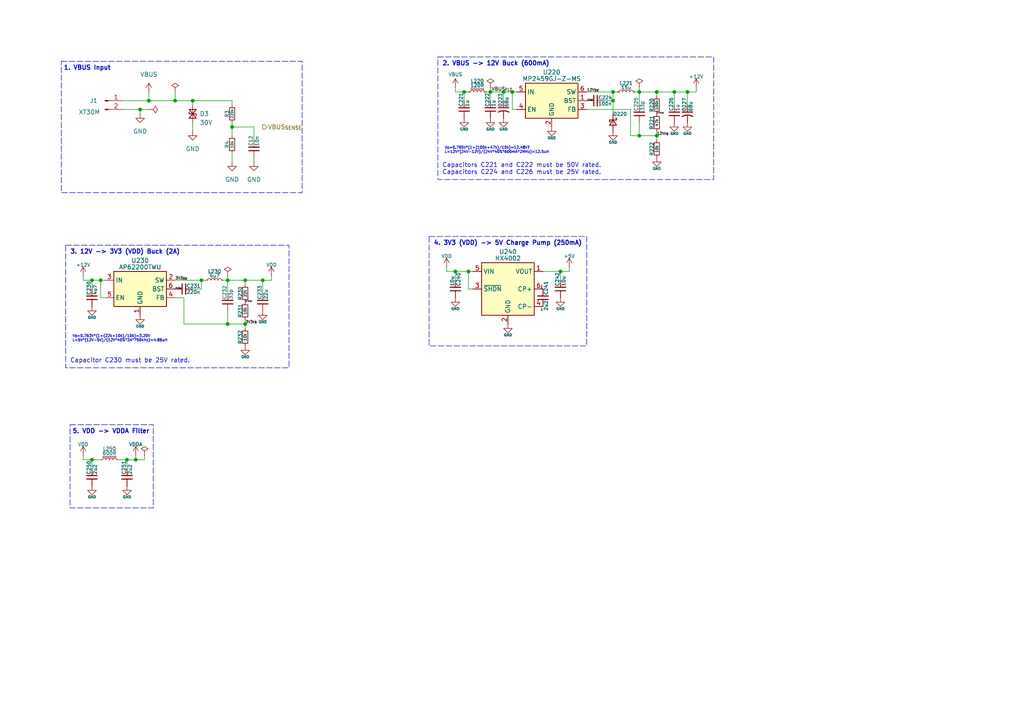
<source format=kicad_sch>
(kicad_sch (version 20250114) (generator "eeschema") (generator_version "9.0")
  (paper "A4")
  (lib_symbols
    (symbol "Bluesat:C_CompactH" (pin_numbers (hide yes)) (pin_names (offset 0.254) (hide yes))
      (property "Reference" "C" (at 0.762 0.889 0))
      (property "Value" "C_CompactH" (at -0.762 0.889 0))
      (symbol "C_CompactH_0_1"
        (polyline (pts (xy -0.508 -1.524) (xy -0.508 1.524)) (stroke (width 0.3048)))
        (polyline (pts (xy 0.508 -1.524) (xy 0.508 1.524)) (stroke (width 0.3302)))
      )
      (symbol "C_CompactH_1_1"
        (pin passive line (at -2.54 0 0) (length 2.032) (name "~") (number "1"))
        (pin passive line (at 2.54 0 180) (length 2.032) (name "~") (number "2"))
      )
    )
    (symbol "Bluesat:C_CompactV" (pin_numbers (hide yes)) (pin_names (offset 0.254) (hide yes))
      (property "Reference" "C" (at -0.889 0.762 90))
      (property "Value" "C_CompactV" (at 0.889 0.762 90))
      (symbol "C_CompactV_0_1"
        (polyline (pts (xy 1.524 0.508) (xy -1.524 0.508)) (stroke (width 0.3302)))
        (polyline (pts (xy 1.524 -0.508) (xy -1.524 -0.508)) (stroke (width 0.3048)))
      )
      (symbol "C_CompactV_1_1"
        (pin passive line (at 0 2.54 270) (length 2.032) (name "~") (number "2"))
        (pin passive line (at 0 -2.54 90) (length 2.032) (name "~") (number "1"))
      )
    )
    (symbol "Bluesat:MP2459GJ-Z-MS"
      (property "Reference" "U" (at -7.62 6.35 0))
      (property "Value" "MP2459GJ-Z-MS" (at 2.54 6.35 0))
      (symbol "MP2459GJ-Z-MS_0_1"
        (rectangle (start -7.62 5.08) (end 7.62 -5.08) (stroke (width 0.254)) (fill (type background)))
      )
      (symbol "MP2459GJ-Z-MS_1_1"
        (pin power_in line (at -10.16 2.54 0) (length 2.54) (name "IN") (number "5"))
        (pin passive line (at -10.16 -2.54 0) (length 2.54) (name "EN") (number "4"))
        (pin power_in line (at 0 -7.62 90) (length 2.54) (name "GND") (number "2"))
        (pin output line (at 10.16 2.54 180) (length 2.54) (name "SW") (number "6"))
        (pin passive line (at 10.16 0 180) (length 2.54) (name "BST") (number "1"))
        (pin input line (at 10.16 -2.54 180) (length 2.54) (name "FB") (number "3"))
      )
    )
    (symbol "Bluesat:R_CompactV" (pin_numbers (hide yes)) (pin_names (offset 0.254) (hide yes))
      (property "Reference" "R" (at -0.889 0 90))
      (property "Value" "R_CompactV" (at 0 0 90))
      (symbol "R_CompactV_0_1"
        (rectangle (start -0.762 1.778) (end 0.762 -1.778) (stroke (width 0.2032)))
      )
      (symbol "R_CompactV_1_1"
        (pin passive line (at 0 2.54 270) (length 0.762) (name "~") (number "1"))
        (pin passive line (at 0 -2.54 90) (length 0.762) (name "~") (number "2"))
      )
    )
    (symbol "C_CompactV_1" (pin_numbers (hide yes)) (pin_names (offset 0.254) (hide yes))
      (property "Reference" "C" (at -0.889 0.762 90))
      (property "Value" "C_CompactV" (at 0.889 0.762 90))
      (symbol "C_CompactV_1_0_1"
        (polyline (pts (xy 1.524 0.508) (xy -1.524 0.508)) (stroke (width 0.3302)))
        (polyline (pts (xy 1.524 -0.508) (xy -1.524 -0.508)) (stroke (width 0.3048)))
      )
      (symbol "C_CompactV_1_1_1"
        (pin passive line (at 0 2.54 270) (length 2.032) (name "~") (number "2"))
        (pin passive line (at 0 -2.54 90) (length 2.032) (name "~") (number "1"))
      )
    )
    (symbol "C_CompactV_2" (pin_numbers (hide yes)) (pin_names (offset 0.254) (hide yes))
      (property "Reference" "C" (at -0.889 0.762 90))
      (property "Value" "C_CompactV" (at 0.889 0.762 90))
      (symbol "C_CompactV_2_0_1"
        (polyline (pts (xy 1.524 0.508) (xy -1.524 0.508)) (stroke (width 0.3302)))
        (polyline (pts (xy 1.524 -0.508) (xy -1.524 -0.508)) (stroke (width 0.3048)))
      )
      (symbol "C_CompactV_2_1_1"
        (pin passive line (at 0 2.54 270) (length 2.032) (name "~") (number "2"))
        (pin passive line (at 0 -2.54 90) (length 2.032) (name "~") (number "1"))
      )
    )
    (symbol "Connector:Conn_01x02_Pin" (pin_names (offset 1.016) (hide yes))
      (property "Reference" "J" (at 0 2.54 0))
      (property "Value" "Conn_01x02_Pin" (at 0 -5.08 0))
      (symbol "Conn_01x02_Pin_1_1"
        (rectangle (start 0.8636 0.127) (end 0 -0.127) (stroke (width 0.1524)) (fill (type outline)))
        (rectangle (start 0.8636 -2.413) (end 0 -2.667) (stroke (width 0.1524)) (fill (type outline)))
        (polyline (pts (xy 1.27 0) (xy 0.8636 0)) (stroke (width 0.1524)))
        (polyline (pts (xy 1.27 -2.54) (xy 0.8636 -2.54)) (stroke (width 0.1524)))
        (pin passive line (at 5.08 0 180) (length 3.81) (name "Pin_1") (number "1"))
        (pin passive line (at 5.08 -2.54 180) (length 3.81) (name "Pin_2") (number "2"))
      )
    )
    (symbol "Device:C_Polarized_Small_US" (pin_numbers (hide yes)) (pin_names (offset 0.254) (hide yes))
      (property "Reference" "C" (at 0.254 1.778 0))
      (property "Value" "C_Polarized_Small_US" (at 0.254 -2.032 0))
      (symbol "C_Polarized_Small_US_0_1"
        (polyline (pts (xy -1.524 0.508) (xy 1.524 0.508)) (stroke (width 0.3048)))
        (polyline (pts (xy -1.27 1.524) (xy -0.762 1.524)))
        (polyline (pts (xy -1.016 1.27) (xy -1.016 1.778)))
        (arc (start -1.524 -0.762) (mid 0 -0.3734) (end 1.524 -0.762) (stroke (width 0.3048)))
      )
      (symbol "C_Polarized_Small_US_1_1"
        (pin passive line (at 0 2.54 270) (length 2.032) (name "~") (number "1"))
        (pin passive line (at 0 -2.54 90) (length 2.032) (name "~") (number "2"))
      )
    )
    (symbol "Device:D_Schottky_Small" (pin_numbers (hide yes)) (pin_names (offset 0.254) (hide yes))
      (property "Reference" "D" (at -1.27 2.032 0))
      (property "Value" "D_Schottky_Small" (at -7.112 -2.032 0))
      (symbol "D_Schottky_Small_0_1"
        (polyline (pts (xy -1.27 0.762) (xy -1.27 1.016) (xy -0.762 1.016) (xy -0.762 -1.016) (xy -0.254 -1.016) (xy -0.254 -0.762)) (stroke (width 0.254)))
        (polyline (pts (xy -0.762 0) (xy 0.762 0)))
        (polyline (pts (xy 0.762 -1.016) (xy -0.762 0) (xy 0.762 1.016) (xy 0.762 -1.016)) (stroke (width 0.254)))
      )
      (symbol "D_Schottky_Small_1_1"
        (pin passive line (at -2.54 0 0) (length 1.778) (name "K") (number "1"))
        (pin passive line (at 2.54 0 180) (length 1.778) (name "A") (number "2"))
      )
    )
    (symbol "Device:D_TVS_Small" (pin_numbers (hide yes)) (pin_names (offset 1.016) (hide yes))
      (property "Reference" "D" (at 0 2.54 0))
      (property "Value" "D_TVS_Small" (at 0 -2.54 0))
      (symbol "D_TVS_Small_0_1"
        (polyline (pts (xy -1.27 1.016) (xy -1.27 -1.016) (xy 1.27 1.016) (xy 1.27 -1.016) (xy -1.27 1.016)) (stroke (width 0.254)))
        (polyline (pts (xy -1.27 0) (xy 1.27 0)))
        (polyline (pts (xy 0.508 1.016) (xy 0 1.016) (xy 0 -1.016) (xy -0.508 -1.016)) (stroke (width 0.254)))
      )
      (symbol "D_TVS_Small_1_1"
        (pin passive line (at -2.54 0 0) (length 1.27) (name "A1") (number "1"))
        (pin passive line (at 2.54 0 180) (length 1.27) (name "A2") (number "2"))
      )
    )
    (symbol "Device:L_Ferrite_Small" (pin_numbers (hide yes)) (pin_names (offset 0.254) (hide yes))
      (property "Reference" "L" (at 1.27 1.016 0))
      (property "Value" "L_Ferrite_Small" (at 1.27 -1.27 0))
      (symbol "L_Ferrite_Small_0_1"
        (arc (start 0 2.032) (mid 0.5058 1.524) (end 0 1.016))
        (arc (start 0 1.016) (mid 0.5058 0.508) (end 0 0))
        (arc (start 0 0) (mid 0.5058 -0.508) (end 0 -1.016))
        (arc (start 0 -1.016) (mid 0.5058 -1.524) (end 0 -2.032))
        (polyline (pts (xy 0.762 1.651) (xy 0.762 1.905)))
        (polyline (pts (xy 0.762 1.143) (xy 0.762 1.397)))
        (polyline (pts (xy 0.762 0.635) (xy 0.762 0.889)))
        (polyline (pts (xy 0.762 0.127) (xy 0.762 0.381)))
        (polyline (pts (xy 0.762 -0.381) (xy 0.762 -0.127)))
        (polyline (pts (xy 0.762 -0.889) (xy 0.762 -0.635)))
        (polyline (pts (xy 0.762 -1.397) (xy 0.762 -1.143)))
        (polyline (pts (xy 0.762 -1.905) (xy 0.762 -1.651)))
        (polyline (pts (xy 1.016 1.905) (xy 1.016 1.651)))
        (polyline (pts (xy 1.016 1.397) (xy 1.016 1.143)))
        (polyline (pts (xy 1.016 0.889) (xy 1.016 0.635)))
        (polyline (pts (xy 1.016 0.381) (xy 1.016 0.127)))
        (polyline (pts (xy 1.016 -0.127) (xy 1.016 -0.381)))
        (polyline (pts (xy 1.016 -0.635) (xy 1.016 -0.889)))
        (polyline (pts (xy 1.016 -1.143) (xy 1.016 -1.397)))
        (polyline (pts (xy 1.016 -1.651) (xy 1.016 -1.905)))
      )
      (symbol "L_Ferrite_Small_1_1"
        (pin passive line (at 0 2.54 270) (length 0.508) (name "~") (number "1"))
        (pin passive line (at 0 -2.54 90) (length 0.508) (name "~") (number "2"))
      )
    )
    (symbol "Device:L_Small" (pin_numbers (hide yes)) (pin_names (offset 0.254) (hide yes))
      (property "Reference" "L" (at 0.762 1.016 0))
      (property "Value" "L_Small" (at 0.762 -1.016 0))
      (symbol "L_Small_0_1"
        (arc (start 0 2.032) (mid 0.5058 1.524) (end 0 1.016))
        (arc (start 0 1.016) (mid 0.5058 0.508) (end 0 0))
        (arc (start 0 0) (mid 0.5058 -0.508) (end 0 -1.016))
        (arc (start 0 -1.016) (mid 0.5058 -1.524) (end 0 -2.032))
      )
      (symbol "L_Small_1_1"
        (pin passive line (at 0 2.54 270) (length 0.508) (name "~") (number "1"))
        (pin passive line (at 0 -2.54 90) (length 0.508) (name "~") (number "2"))
      )
    )
    (symbol "Regulator_SwitchedCapacitor:LTC1754"
      (property "Reference" "U" (at -7.62 10.16 0))
      (property "Value" "LTC1754" (at 5.08 10.16 0))
      (symbol "LTC1754_0_1"
        (rectangle (start -7.62 7.62) (end 7.62 -7.62) (stroke (width 0.254)) (fill (type background)))
      )
      (symbol "LTC1754_1_1"
        (pin power_in line (at -10.16 5.08 0) (length 2.54) (name "VIN") (number "5"))
        (pin input line (at -10.16 0 0) (length 2.54) (name "~{SHDN}") (number "3"))
        (pin power_in line (at 0 -10.16 90) (length 2.54) (name "GND") (number "2"))
        (pin power_out line (at 10.16 5.08 180) (length 2.54) (name "VOUT") (number "1"))
        (pin passive line (at 10.16 0 180) (length 2.54) (name "CP+") (number "6"))
        (pin passive line (at 10.16 -5.08 180) (length 2.54) (name "CP-") (number "4"))
      )
    )
    (symbol "Regulator_Switching:AP62300WU"
      (property "Reference" "U" (at -7.62 6.35 0))
      (property "Value" "AP62300WU" (at 2.54 6.35 0))
      (symbol "AP62300WU_0_1"
        (rectangle (start -7.62 5.08) (end 7.62 -5.08) (stroke (width 0.254)) (fill (type background)))
      )
      (symbol "AP62300WU_1_1"
        (pin power_in line (at -10.16 2.54 0) (length 2.54) (name "IN") (number "3"))
        (pin passive line (at -10.16 -2.54 0) (length 2.54) (name "EN") (number "5"))
        (pin power_in line (at 0 -7.62 90) (length 2.54) (name "GND") (number "1"))
        (pin output line (at 10.16 2.54 180) (length 2.54) (name "SW") (number "2"))
        (pin passive line (at 10.16 0 180) (length 2.54) (name "BST") (number "6"))
        (pin input line (at 10.16 -2.54 180) (length 2.54) (name "FB") (number "4"))
      )
    )
    (symbol "power:+12V" (power) (pin_numbers (hide yes)) (pin_names (offset 0) (hide yes))
      (property "Value" "+12V" (at 0 3.556 0))
      (symbol "+12V_0_1"
        (polyline (pts (xy -0.762 1.27) (xy 0 2.54)))
        (polyline (pts (xy 0 2.54) (xy 0.762 1.27)))
        (polyline (pts (xy 0 0) (xy 0 2.54)))
      )
      (symbol "+12V_1_1"
        (pin power_in line (at 0 0 90) (length 0) (name "~") (number "1"))
      )
    )
    (symbol "power:+5V" (power) (pin_numbers (hide yes)) (pin_names (offset 0) (hide yes))
      (property "Value" "+5V" (at 0 3.556 0))
      (symbol "+5V_0_1"
        (polyline (pts (xy -0.762 1.27) (xy 0 2.54)))
        (polyline (pts (xy 0 2.54) (xy 0.762 1.27)))
        (polyline (pts (xy 0 0) (xy 0 2.54)))
      )
      (symbol "+5V_1_1"
        (pin power_in line (at 0 0 90) (length 0) (name "~") (number "1"))
      )
    )
    (symbol "power:GND" (power) (pin_numbers (hide yes)) (pin_names (offset 0) (hide yes))
      (property "Value" "GND" (at 0 -3.81 0))
      (symbol "GND_0_1"
        (polyline (pts (xy 0 0) (xy 0 -1.27) (xy 1.27 -1.27) (xy 0 -2.54) (xy -1.27 -1.27) (xy 0 -1.27)))
      )
      (symbol "GND_1_1"
        (pin power_in line (at 0 0 270) (length 0) (name "~") (number "1"))
      )
    )
    (symbol "power:PWR_FLAG" (power) (pin_numbers (hide yes)) (pin_names (offset 0) (hide yes))
      (property "Value" "PWR_FLAG" (at 0 3.81 0))
      (symbol "PWR_FLAG_0_0"
        (pin power_out line (at 0 0 90) (length 0) (name "~") (number "1"))
      )
      (symbol "PWR_FLAG_0_1"
        (polyline (pts (xy 0 0) (xy 0 1.27) (xy -1.016 1.905) (xy 0 2.54) (xy 1.016 1.905) (xy 0 1.27)))
      )
    )
    (symbol "power:VBUS" (power) (pin_numbers (hide yes)) (pin_names (offset 0) (hide yes))
      (property "Value" "VBUS" (at 0 3.556 0))
      (symbol "VBUS_0_1"
        (polyline (pts (xy -0.762 1.27) (xy 0 2.54)))
        (polyline (pts (xy 0 2.54) (xy 0.762 1.27)))
        (polyline (pts (xy 0 0) (xy 0 2.54)))
      )
      (symbol "VBUS_1_1"
        (pin power_in line (at 0 0 90) (length 0) (name "~") (number "1"))
      )
    )
    (symbol "power:VDD" (power) (pin_numbers (hide yes)) (pin_names (offset 0) (hide yes))
      (property "Value" "VDD" (at 0 3.556 0))
      (symbol "VDD_0_1"
        (polyline (pts (xy -0.762 1.27) (xy 0 2.54)))
        (polyline (pts (xy 0 2.54) (xy 0.762 1.27)))
        (polyline (pts (xy 0 0) (xy 0 2.54)))
      )
      (symbol "VDD_1_1"
        (pin power_in line (at 0 0 90) (length 0) (name "~") (number "1"))
      )
    )
    (symbol "power:VDDA" (power) (pin_numbers (hide yes)) (pin_names (offset 0) (hide yes))
      (property "Value" "VDDA" (at 0 3.556 0))
      (symbol "VDDA_0_1"
        (polyline (pts (xy -0.762 1.27) (xy 0 2.54)))
        (polyline (pts (xy 0 2.54) (xy 0.762 1.27)))
        (polyline (pts (xy 0 0) (xy 0 2.54)))
      )
      (symbol "VDDA_1_1"
        (pin power_in line (at 0 0 90) (length 0) (name "~") (number "1"))
      )
    )
  )
  (rectangle (start 17.78 17.78) (end 87.63 55.88) (stroke (width 0) (type dash)))
  (rectangle (start 19.05 71.12) (end 83.82 106.68) (stroke (width 0) (type dash)))
  (rectangle (start 20.32 123.19) (end 44.45 147.32) (stroke (width 0) (type dash)))
  (rectangle (start 127 16.51) (end 207.01 52.07) (stroke (width 0) (type dash)))
  (rectangle (start 124.46 68.58) (end 170.18 100.33) (stroke (width 0) (type dash)))
  (text "4. 3V3 (VDD) -> 5V Charge Pump (250mA)" (at 125.73 69.85 0) (effects (font (size 1.27 1.27) (thickness 0.254) (bold yes)) (justify left top)))
  (text "Capacitor C230 must be 25V rated." (at 20.32 105.41 0) (effects (font (size 1.27 1.27)) (justify left bottom)))
  (text "1. VBUS Input" (at 18.415 19.05 0) (effects (font (size 1.27 1.27) (thickness 0.254) (bold yes)) (justify left top)))
  (text "V_{O}=0.795V*(1+(100k+47k)/10k)=12.48V\r\nL=12V*(24V-12V)/(24V*40%*600mA*2MHz)=12.5uH" (at 128.905 42.545 0) (effects (font (size 0.762 0.762)) (justify left top)))
  (text "Capacitors C221 and C222 must be 50V rated.\nCapacitors C224 and C226 must be 25V rated." (at 128.27 50.8 0) (effects (font (size 1.27 1.27)) (justify left bottom)))
  (text "2. VBUS -> 12V Buck (600mA)" (at 128.27 17.78 0) (effects (font (size 1.27 1.27) (thickness 0.254) (bold yes)) (justify left top)))
  (text "5. VDD -> VDDA Filter" (at 20.955 124.46 0) (effects (font (size 1.27 1.27) (thickness 0.254) (bold yes)) (justify left top)))
  (text "3. 12V -> 3V3 (VDD) Buck (2A)" (at 20.32 72.39 0) (effects (font (size 1.27 1.27) (thickness 0.254) (bold yes)) (justify left top)))
  (text "V_{O}=0.763V*(1+(22k+10k)/10k)=3.20V\nL=5V*(12V-5V)/(12V*40%*2A*750kHz)=4.86uH" (at 20.955 97.155 0) (effects (font (size 0.762 0.762)) (justify left top)))
  (junction (at 40.64 31.75))
  (junction (at 36.83 133.35))
  (junction (at 195.58 26.67))
  (junction (at 43.18 29.21))
  (junction (at 66.04 93.98))
  (junction (at 71.12 93.98))
  (junction (at 67.31 36.83))
  (junction (at 135.89 78.74))
  (junction (at 58.42 81.28))
  (junction (at 132.08 78.74))
  (junction (at 177.8 29.21))
  (junction (at 55.88 29.21))
  (junction (at 71.12 81.28))
  (junction (at 199.39 26.67))
  (junction (at 26.67 81.28))
  (junction (at 177.8 26.67))
  (junction (at 190.5 26.67))
  (junction (at 39.37 133.35))
  (junction (at 66.04 81.28))
  (junction (at 146.05 26.67))
  (junction (at 50.8 29.21))
  (junction (at 185.42 26.67))
  (junction (at 162.56 78.74))
  (junction (at 76.2 81.28))
  (junction (at 26.67 133.35))
  (junction (at 148.59 26.67))
  (junction (at 190.5 39.37))
  (junction (at 29.21 81.28))
  (junction (at 185.42 39.37))
  (junction (at 134.62 26.67))
  (junction (at 142.24 26.67))
  (wire (pts (xy 142.24 25.4) (xy 142.24 26.67)))
  (wire (pts (xy 67.31 36.83) (xy 73.66 36.83)))
  (wire (pts (xy 140.97 26.67) (xy 142.24 26.67)))
  (wire (pts (xy 71.12 93.98) (xy 71.12 95.25)))
  (wire (pts (xy 148.59 26.67) (xy 146.05 26.67)))
  (wire (pts (xy 24.13 133.35) (xy 26.67 133.35)))
  (wire (pts (xy 35.56 31.75) (xy 40.64 31.75)))
  (wire (pts (xy 53.34 93.98) (xy 53.34 86.36)))
  (wire (pts (xy 26.67 133.35) (xy 29.21 133.35)))
  (wire (pts (xy 55.88 83.82) (xy 58.42 83.82)))
  (wire (pts (xy 148.59 26.67) (xy 149.86 26.67)))
  (wire (pts (xy 30.48 86.36) (xy 29.21 86.36)))
  (wire (pts (xy 34.29 133.35) (xy 36.83 133.35)))
  (wire (pts (xy 165.1 77.47) (xy 165.1 78.74)))
  (wire (pts (xy 71.12 82.55) (xy 71.12 81.28)))
  (wire (pts (xy 71.12 92.71) (xy 71.12 93.98)))
  (wire (pts (xy 67.31 44.45) (xy 67.31 46.99)))
  (wire (pts (xy 66.04 93.98) (xy 71.12 93.98)))
  (wire (pts (xy 50.8 26.67) (xy 50.8 29.21)))
  (wire (pts (xy 66.04 93.98) (xy 53.34 93.98)))
  (wire (pts (xy 182.88 39.37) (xy 185.42 39.37)))
  (wire (pts (xy 132.08 26.67) (xy 132.08 25.4)))
  (wire (pts (xy 55.88 30.48) (xy 55.88 29.21)))
  (wire (pts (xy 58.42 81.28) (xy 59.69 81.28)))
  (wire (pts (xy 132.08 78.74) (xy 132.08 81.28)))
  (wire (pts (xy 36.83 135.89) (xy 36.83 133.35)))
  (wire (pts (xy 43.18 29.21) (xy 50.8 29.21)))
  (wire (pts (xy 177.8 26.67) (xy 179.07 26.67)))
  (wire (pts (xy 39.37 133.35) (xy 39.37 132.08)))
  (wire (pts (xy 26.67 81.28) (xy 26.67 83.82)))
  (wire (pts (xy 66.04 81.28) (xy 66.04 85.09)))
  (wire (pts (xy 177.8 26.67) (xy 177.8 29.21)))
  (wire (pts (xy 50.8 29.21) (xy 55.88 29.21)))
  (wire (pts (xy 66.04 81.28) (xy 71.12 81.28)))
  (wire (pts (xy 185.42 25.4) (xy 185.42 26.67)))
  (wire (pts (xy 149.86 31.75) (xy 148.59 31.75)))
  (wire (pts (xy 58.42 81.28) (xy 58.42 83.82)))
  (wire (pts (xy 66.04 80.01) (xy 66.04 81.28)))
  (wire (pts (xy 29.21 81.28) (xy 30.48 81.28)))
  (wire (pts (xy 26.67 133.35) (xy 26.67 135.89)))
  (wire (pts (xy 71.12 81.28) (xy 76.2 81.28)))
  (wire (pts (xy 135.89 78.74) (xy 137.16 78.74)))
  (wire (pts (xy 162.56 78.74) (xy 162.56 81.28)))
  (wire (pts (xy 142.24 26.67) (xy 142.24 29.21)))
  (wire (pts (xy 157.48 78.74) (xy 162.56 78.74)))
  (wire (pts (xy 162.56 78.74) (xy 165.1 78.74)))
  (wire (pts (xy 170.18 26.67) (xy 177.8 26.67)))
  (wire (pts (xy 41.91 132.08) (xy 41.91 133.35)))
  (wire (pts (xy 185.42 39.37) (xy 190.5 39.37)))
  (wire (pts (xy 73.66 36.83) (xy 73.66 40.64)))
  (wire (pts (xy 182.88 31.75) (xy 182.88 39.37)))
  (wire (pts (xy 134.62 26.67) (xy 134.62 29.21)))
  (wire (pts (xy 78.74 81.28) (xy 78.74 80.01)))
  (wire (pts (xy 185.42 26.67) (xy 190.5 26.67)))
  (wire (pts (xy 41.91 133.35) (xy 39.37 133.35)))
  (wire (pts (xy 67.31 29.21) (xy 67.31 30.48)))
  (wire (pts (xy 175.26 29.21) (xy 177.8 29.21)))
  (wire (pts (xy 66.04 81.28) (xy 64.77 81.28)))
  (wire (pts (xy 24.13 133.35) (xy 24.13 132.08)))
  (wire (pts (xy 190.5 26.67) (xy 195.58 26.67)))
  (wire (pts (xy 195.58 26.67) (xy 195.58 30.48)))
  (wire (pts (xy 177.8 29.21) (xy 177.8 33.02)))
  (wire (pts (xy 43.18 26.67) (xy 43.18 29.21)))
  (wire (pts (xy 50.8 81.28) (xy 58.42 81.28)))
  (wire (pts (xy 201.93 26.67) (xy 201.93 25.4)))
  (wire (pts (xy 24.13 81.28) (xy 26.67 81.28)))
  (wire (pts (xy 24.13 81.28) (xy 24.13 80.01)))
  (wire (pts (xy 36.83 133.35) (xy 39.37 133.35)))
  (wire (pts (xy 135.89 83.82) (xy 135.89 78.74)))
  (wire (pts (xy 55.88 29.21) (xy 67.31 29.21)))
  (wire (pts (xy 190.5 27.94) (xy 190.5 26.67)))
  (wire (pts (xy 55.88 35.56) (xy 55.88 38.1)))
  (wire (pts (xy 170.18 31.75) (xy 182.88 31.75)))
  (wire (pts (xy 29.21 81.28) (xy 29.21 86.36)))
  (wire (pts (xy 185.42 35.56) (xy 185.42 39.37)))
  (wire (pts (xy 134.62 26.67) (xy 135.89 26.67)))
  (wire (pts (xy 67.31 35.56) (xy 67.31 36.83)))
  (wire (pts (xy 190.5 38.1) (xy 190.5 39.37)))
  (wire (pts (xy 35.56 29.21) (xy 43.18 29.21)))
  (wire (pts (xy 146.05 26.67) (xy 146.05 29.21)))
  (wire (pts (xy 76.2 85.09) (xy 76.2 81.28)))
  (wire (pts (xy 132.08 78.74) (xy 135.89 78.74)))
  (wire (pts (xy 40.64 31.75) (xy 40.64 33.02)))
  (wire (pts (xy 184.15 26.67) (xy 185.42 26.67)))
  (wire (pts (xy 26.67 81.28) (xy 29.21 81.28)))
  (wire (pts (xy 195.58 26.67) (xy 199.39 26.67)))
  (wire (pts (xy 73.66 45.72) (xy 73.66 46.99)))
  (wire (pts (xy 199.39 26.67) (xy 201.93 26.67)))
  (wire (pts (xy 142.24 26.67) (xy 146.05 26.67)))
  (wire (pts (xy 185.42 26.67) (xy 185.42 30.48)))
  (wire (pts (xy 132.08 26.67) (xy 134.62 26.67)))
  (wire (pts (xy 199.39 30.48) (xy 199.39 26.67)))
  (wire (pts (xy 190.5 39.37) (xy 190.5 40.64)))
  (wire (pts (xy 67.31 36.83) (xy 67.31 39.37)))
  (wire (pts (xy 129.54 78.74) (xy 129.54 77.47)))
  (wire (pts (xy 66.04 90.17) (xy 66.04 93.98)))
  (wire (pts (xy 40.64 31.75) (xy 43.18 31.75)))
  (wire (pts (xy 148.59 26.67) (xy 148.59 31.75)))
  (wire (pts (xy 53.34 86.36) (xy 50.8 86.36)))
  (wire (pts (xy 129.54 78.74) (xy 132.08 78.74)))
  (wire (pts (xy 137.16 83.82) (xy 135.89 83.82)))
  (wire (pts (xy 76.2 81.28) (xy 78.74 81.28)))
  (label "3V3_{FBM}" (at 71.12 87.63 0) (effects (font (size 0.381 0.381))))
  (label "CP+" (at 157.48 83.82 90) (effects (font (size 0.381 0.381))))
  (label "12V_{FBM}" (at 190.5 33.02 0) (effects (font (size 0.381 0.381))))
  (label "VBUS_{FLT}" (at 148.59 26.67 180) (effects (font (size 1.016 1.016))))
  (label "12V_{BST}" (at 170.18 29.21 0) (effects (font (size 0.381 0.381))))
  (label "3V3_{BST}" (at 50.8 83.82 0) (effects (font (size 0.381 0.381))))
  (label "12V_{SW}" (at 170.18 26.67 0) (effects (font (size 0.762 0.762))))
  (label "CP-" (at 157.48 88.9 270) (effects (font (size 0.381 0.381))))
  (label "3V3_{SW}" (at 50.8 81.28 0) (effects (font (size 0.762 0.762))))
  (label "3V3_{FB}" (at 71.12 93.98 0) (effects (font (size 0.762 0.762))))
  (label "12V_{FB}" (at 190.5 39.37 0) (effects (font (size 0.762 0.762))))
  (hierarchical_label "VBUS_{SENSE}" (shape output) (at 76.2 36.83 0))
  (symbol (lib_id "power:GND") (at 190.5 45.72 0) (unit 1)
    (property "Reference" "#PWR0210" (effects (hide yes)))
    (property "Value" "GND" (at 190.5 48.895 0) (effects (font (size 0.762 0.762))))
    (property "Description" "Power symbol creates a global label with name \"GND\" , ground" (effects (hide yes)))
  )
  (symbol (lib_id "Bluesat:R_CompactV") (at 190.5 30.48 0) (unit 1)
    (property "Reference" "R220" (at 189.611 30.48 90) (effects (font (size 1.016 1.016)) (justify bottom)))
    (property "Value" "100k" (at 190.5 30.48 90) (effects (font (size 0.762 0.762))))
    (property "Footprint" "Resistor_SMD:R_0402_1005Metric" (effects (hide yes)))
    (property "Description" "Resistor, compact symbol" (effects (hide yes)))
  )
  (symbol (lib_id "Bluesat:C_CompactV") (at 172.72 29.21 270) (mirror x) (unit 1)
    (property "Reference" "C224" (at 173.482 28.321 90) (effects (font (size 1.016 1.016)) (justify left)))
    (property "Value" "100n" (at 173.482 30.099 90) (effects (font (size 1.016 1.016)) (justify left)))
    (property "Footprint" "Capacitor_SMD:C_0402_1005Metric" (effects (hide yes)))
    (property "Description" "Unpolarized capacitor, compact symbol" (effects (hide yes)))
  )
  (symbol (lib_name "C_CompactV_2") (lib_id "Bluesat:C_CompactV") (at 195.58 33.02 0) (unit 1)
    (property "Reference" "C226" (at 194.691 32.258 90) (effects (font (size 1.016 1.016)) (justify left)))
    (property "Value" "1u" (at 196.469 32.258 90) (effects (font (size 1.016 1.016)) (justify left)))
    (property "Footprint" "Capacitor_SMD:C_0805_2012Metric" (effects (hide yes)))
    (property "Description" "Unpolarized capacitor, compact symbol" (effects (hide yes)))
  )
  (symbol (lib_id "power:GND") (at 73.66 46.99 0) (unit 1)
    (property "Reference" "#PWR015" (effects (hide yes)))
    (property "Value" "GND" (at 73.66 52.07 0))
    (property "Description" "Power symbol creates a global label with name \"GND\" , ground" (effects (hide yes)))
  )
  (symbol (lib_id "power:GND") (at 146.05 34.29 0) (unit 1)
    (property "Reference" "#PWR0233" (effects (hide yes)))
    (property "Value" "GND" (at 146.05 37.465 0) (effects (font (size 0.762 0.762))))
    (property "Description" "Power symbol creates a global label with name \"GND\" , ground" (effects (hide yes)))
  )
  (symbol (lib_id "Device:L_Small") (at 62.23 81.28 90) (unit 1)
    (property "Reference" "L230" (at 62.23 78.74 90) (effects (font (size 1.016 1.016))))
    (property "Value" "4u7" (at 62.23 80.01 90) (effects (font (size 1.016 1.016))))
    (property "Footprint" "Inductor_SMD:L_Changjiang_FNR4020S" (effects (hide yes)))
    (property "Description" "Inductor, small symbol" (effects (hide yes)))
  )
  (symbol (lib_id "power:GND") (at 55.88 38.1 0) (unit 1)
    (property "Reference" "#PWR013" (effects (hide yes)))
    (property "Value" "GND" (at 55.88 43.18 0))
    (property "Description" "Power symbol creates a global label with name \"GND\" , ground" (effects (hide yes)))
  )
  (symbol (lib_id "power:GND") (at 71.12 100.33 0) (unit 1)
    (property "Reference" "#PWR0216" (effects (hide yes)))
    (property "Value" "GND" (at 71.12 103.505 0) (effects (font (size 0.762 0.762))))
    (property "Description" "Power symbol creates a global label with name \"GND\" , ground" (effects (hide yes)))
  )
  (symbol (lib_id "power:GND") (at 199.39 35.56 0) (unit 1)
    (property "Reference" "#PWR0211" (effects (hide yes)))
    (property "Value" "GND" (at 199.39 38.735 0) (effects (font (size 0.762 0.762))))
    (property "Description" "Power symbol creates a global label with name \"GND\" , ground" (effects (hide yes)))
  )
  (symbol (lib_id "Bluesat:R_CompactV") (at 71.12 97.79 0) (unit 1)
    (property "Reference" "R232" (at 70.231 97.79 90) (effects (font (size 1.016 1.016)) (justify bottom)))
    (property "Value" "10k" (at 71.12 97.79 90) (effects (font (size 0.762 0.762))))
    (property "Footprint" "Resistor_SMD:R_0402_1005Metric" (effects (hide yes)))
    (property "Description" "Resistor, compact symbol" (effects (hide yes)))
  )
  (symbol (lib_id "power:GND") (at 26.67 140.97 0) (unit 1)
    (property "Reference" "#PWR0225" (effects (hide yes)))
    (property "Value" "GND" (at 26.67 144.145 0) (effects (font (size 0.762 0.762))))
    (property "Description" "Power symbol creates a global label with name \"GND\" , ground" (effects (hide yes)))
  )
  (symbol (lib_id "Regulator_SwitchedCapacitor:LTC1754") (at 147.32 83.82 0) (unit 1)
    (property "Reference" "U240" (at 147.32 73.025 0))
    (property "Value" "HX4002" (at 147.32 74.93 0))
    (property "Footprint" "Package_TO_SOT_SMD:SOT-23-6" (effects (hide yes)))
    (property "Datasheet" "https://www.analog.com/media/en/technical-documentation/data-sheets/175435f.pdf" (effects (hide yes)))
    (property "Description" "40mA charge-pump, SOT-23-6" (effects (hide yes)))
  )
  (symbol (lib_id "power:VDD") (at 78.74 80.01 0) (unit 1)
    (property "Reference" "#PWR0223" (effects (hide yes)))
    (property "Value" "VDD" (at 78.74 76.835 0) (effects (font (size 1.016 1.016))))
    (property "Description" "Power symbol creates a global label with name \"VDD\"" (effects (hide yes)))
  )
  (symbol (lib_id "power:PWR_FLAG") (at 142.24 25.4 0) (unit 1)
    (property "Reference" "#FLG0207" (effects (hide yes)))
    (property "Value" "PWR_FLAG" (effects (hide yes)))
    (property "Description" "Special symbol for telling ERC where power comes from" (effects (hide yes)))
  )
  (symbol (lib_id "power:GND") (at 142.24 34.29 0) (unit 1)
    (property "Reference" "#PWR0229" (effects (hide yes)))
    (property "Value" "GND" (at 142.24 37.465 0) (effects (font (size 0.762 0.762))))
    (property "Description" "Power symbol creates a global label with name \"GND\" , ground" (effects (hide yes)))
  )
  (symbol (lib_id "Bluesat:C_CompactV") (at 73.66 43.18 0) (unit 1)
    (property "Reference" "C12" (at 72.771 42.418 90) (effects (font (size 1.016 1.016)) (justify left)))
    (property "Value" "10n" (at 74.549 42.418 90) (effects (font (size 1.016 1.016)) (justify left)))
    (property "Description" "Unpolarized capacitor, compact symbol" (effects (hide yes)))
  )
  (symbol (lib_id "Device:D_Schottky_Small") (at 177.8 35.56 270) (unit 1)
    (property "Reference" "D220" (at 177.8 33.655 90) (effects (font (size 1.016 1.016)) (justify left bottom)))
    (property "Value" "D_Schottky_Small" (effects (hide yes)))
    (property "Footprint" "Diode_SMD:D_SOD-123" (effects (hide yes)))
    (property "Description" "Schottky diode, small symbol" (effects (hide yes)))
  )
  (symbol (lib_id "power:GND") (at 195.58 35.56 0) (unit 1)
    (property "Reference" "#PWR0231" (effects (hide yes)))
    (property "Value" "GND" (at 195.58 38.735 0) (effects (font (size 0.762 0.762))))
    (property "Description" "Power symbol creates a global label with name \"GND\" , ground" (effects (hide yes)))
  )
  (symbol (lib_id "power:GND") (at 160.02 36.83 0) (unit 1)
    (property "Reference" "#PWR0208" (effects (hide yes)))
    (property "Value" "GND" (at 160.02 40.005 0) (effects (font (size 0.762 0.762))))
    (property "Description" "Power symbol creates a global label with name \"GND\" , ground" (effects (hide yes)))
  )
  (symbol (lib_id "Bluesat:R_CompactV") (at 71.12 85.09 0) (unit 1)
    (property "Reference" "R230" (at 70.231 85.09 90) (effects (font (size 1.016 1.016)) (justify bottom)))
    (property "Value" "22k" (at 71.12 85.09 90) (effects (font (size 0.762 0.762))))
    (property "Footprint" "Resistor_SMD:R_0402_1005Metric" (effects (hide yes)))
    (property "Description" "Resistor, compact symbol" (effects (hide yes)))
  )
  (symbol (lib_id "Connector:Conn_01x02_Pin") (at 30.48 29.21 0) (unit 1)
    (property "Reference" "J1" (at 27.178 29.21 0))
    (property "Value" "XT30M" (at 25.908 32.512 0))
    (property "Description" "Generic connector, single row, 01x02, script generated" (effects (hide yes)))
  )
  (symbol (lib_id "power:GND") (at 162.56 86.36 0) (unit 1)
    (property "Reference" "#PWR0222" (effects (hide yes)))
    (property "Value" "GND" (at 162.56 89.535 0) (effects (font (size 0.762 0.762))))
    (property "Description" "Power symbol creates a global label with name \"GND\" , ground" (effects (hide yes)))
  )
  (symbol (lib_id "Bluesat:C_CompactV") (at 76.2 87.63 0) (mirror y) (unit 1)
    (property "Reference" "C233" (at 75.311 86.868 90) (effects (font (size 1.016 1.016)) (justify left)))
    (property "Value" "22u" (at 77.089 86.868 90) (effects (font (size 1.016 1.016)) (justify left)))
    (property "Footprint" "Capacitor_SMD:C_1210_3225Metric" (effects (hide yes)))
    (property "Description" "Unpolarized capacitor, compact symbol" (effects (hide yes)))
  )
  (symbol (lib_id "power:+12V") (at 24.13 80.01 0) (unit 1)
    (property "Reference" "#PWR0213" (effects (hide yes)))
    (property "Value" "+12V" (at 24.13 76.835 0) (effects (font (size 1.016 1.016))))
    (property "Description" "Power symbol creates a global label with name \"+12V\"" (effects (hide yes)))
  )
  (symbol (lib_id "power:+5V") (at 165.1 77.47 0) (unit 1)
    (property "Reference" "#PWR0220" (effects (hide yes)))
    (property "Value" "+5V" (at 165.1 74.295 0) (effects (font (size 1.016 1.016))))
    (property "Description" "Power symbol creates a global label with name \"+5V\"" (effects (hide yes)))
  )
  (symbol (lib_id "Bluesat:C_CompactV") (at 53.34 83.82 270) (mirror x) (unit 1)
    (property "Reference" "C231" (at 54.102 82.931 90) (effects (font (size 1.016 1.016)) (justify left)))
    (property "Value" "220n" (at 54.102 84.709 90) (effects (font (size 1.016 1.016)) (justify left)))
    (property "Footprint" "Capacitor_SMD:C_0402_1005Metric" (effects (hide yes)))
    (property "Description" "Unpolarized capacitor, compact symbol" (effects (hide yes)))
  )
  (symbol (lib_id "Device:L_Ferrite_Small") (at 138.43 26.67 90) (unit 1)
    (property "Reference" "L220" (at 138.43 23.495 90) (effects (font (size 1.016 1.016))))
    (property "Value" "120R" (at 138.43 24.765 90) (effects (font (size 1.016 1.016))))
    (property "Footprint" "Resistor_SMD:R_0603_1608Metric" (effects (hide yes)))
    (property "Description" "Inductor with ferrite core, small symbol" (effects (hide yes)))
  )
  (symbol (lib_id "Bluesat:R_CompactV") (at 190.5 35.56 0) (unit 1)
    (property "Reference" "R221" (at 189.611 35.56 90) (effects (font (size 1.016 1.016)) (justify bottom)))
    (property "Value" "47k" (at 190.5 35.56 90) (effects (font (size 0.762 0.762))))
    (property "Footprint" "Resistor_SMD:R_0402_1005Metric" (effects (hide yes)))
    (property "Description" "Resistor, compact symbol" (effects (hide yes)))
  )
  (symbol (lib_id "power:VDDA") (at 39.37 132.08 0) (unit 1)
    (property "Reference" "#PWR0207" (effects (hide yes)))
    (property "Value" "VDDA" (at 39.37 128.905 0) (effects (font (size 1.016 1.016))))
    (property "Description" "Power symbol creates a global label with name \"VDDA\"" (effects (hide yes)))
  )
  (symbol (lib_id "Bluesat:R_CompactV") (at 71.12 90.17 0) (unit 1)
    (property "Reference" "R231" (at 70.231 90.17 90) (effects (font (size 1.016 1.016)) (justify bottom)))
    (property "Value" "10k" (at 71.12 90.17 90) (effects (font (size 0.762 0.762))))
    (property "Footprint" "Resistor_SMD:R_0402_1005Metric" (effects (hide yes)))
    (property "Description" "Resistor, compact symbol" (effects (hide yes)))
  )
  (symbol (lib_id "power:PWR_FLAG") (at 41.91 132.08 0) (unit 1)
    (property "Reference" "#FLG0205" (effects (hide yes)))
    (property "Value" "PWR_FLAG" (effects (hide yes)))
    (property "Description" "Special symbol for telling ERC where power comes from" (effects (hide yes)))
  )
  (symbol (lib_id "power:GND") (at 134.62 34.29 0) (unit 1)
    (property "Reference" "#PWR0230" (effects (hide yes)))
    (property "Value" "GND" (at 134.62 37.465 0) (effects (font (size 0.762 0.762))))
    (property "Description" "Power symbol creates a global label with name \"GND\" , ground" (effects (hide yes)))
  )
  (symbol (lib_name "C_CompactV_2") (lib_id "Bluesat:C_CompactV") (at 36.83 138.43 0) (unit 1)
    (property "Reference" "C251" (at 35.941 137.668 90) (effects (font (size 1.016 1.016)) (justify left)))
    (property "Value" "2u2" (at 37.719 137.668 90) (effects (font (size 1.016 1.016)) (justify left)))
    (property "Footprint" "Capacitor_SMD:C_0603_1608Metric" (effects (hide yes)))
    (property "Description" "Unpolarized capacitor, compact symbol" (effects (hide yes)))
  )
  (symbol (lib_id "power:VBUS") (at 132.08 25.4 0) (unit 1)
    (property "Reference" "#PWR0206" (effects (hide yes)))
    (property "Value" "VBUS" (at 132.08 21.59 0) (effects (font (size 1.016 1.016))))
    (property "Description" "Power symbol creates a global label with name \"VBUS\"" (effects (hide yes)))
  )
  (symbol (lib_id "power:VDD") (at 24.13 132.08 0) (unit 1)
    (property "Reference" "#PWR0214" (effects (hide yes)))
    (property "Value" "VDD" (at 24.13 128.905 0) (effects (font (size 1.016 1.016))))
    (property "Description" "Power symbol creates a global label with name \"VDD\"" (effects (hide yes)))
  )
  (symbol (lib_id "Bluesat:MP2459GJ-Z-MS") (at 160.02 29.21 0) (unit 1)
    (property "Reference" "U220" (at 160.02 20.955 0))
    (property "Value" "MP2459GJ-Z-MS" (at 160.02 22.86 0))
    (property "Footprint" "Package_TO_SOT_SMD:TSOT-23-6" (effects (hide yes)))
    (property "Datasheet" "https://www.lcsc.com/datasheet/lcsc_datasheet_2504101957_MSKSEMI-MP2459GJ-Z-MS_C45367195.pdf" (effects (hide yes)))
    (property "Description" "monolithic, step-down, switch mode converter with a built-in power MOSFET" (effects (hide yes)))
  )
  (symbol (lib_id "power:GND") (at 36.83 140.97 0) (unit 1)
    (property "Reference" "#PWR0226" (effects (hide yes)))
    (property "Value" "GND" (at 36.83 144.145 0) (effects (font (size 0.762 0.762))))
    (property "Description" "Power symbol creates a global label with name \"GND\" , ground" (effects (hide yes)))
  )
  (symbol (lib_id "power:GND") (at 67.31 46.99 0) (unit 1)
    (property "Reference" "#PWR014" (effects (hide yes)))
    (property "Value" "GND" (at 67.31 52.07 0))
    (property "Description" "Power symbol creates a global label with name \"GND\" , ground" (effects (hide yes)))
  )
  (symbol (lib_id "Regulator_Switching:AP62300WU") (at 40.64 83.82 0) (unit 1)
    (property "Reference" "U230" (at 40.64 75.565 0))
    (property "Value" "AP62200TWU" (at 40.64 77.47 0))
    (property "Footprint" "Package_TO_SOT_SMD:TSOT-23-6" (effects (hide yes)))
    (property "Datasheet" "https://www.diodes.com/assets/Datasheets/AP62300_AP62301_AP62300T.pdf" (effects (hide yes)))
    (property "Description" "3A, 750kHz Buck DC/DC Converter, PFM for light load efficiency, 4.2V-18V input voltage, 0.8V-7V adjustable output voltage, TSOT-23-6" (effects (hide yes)))
  )
  (symbol (lib_id "power:GND") (at 26.67 88.9 0) (unit 1)
    (property "Reference" "#PWR0234" (effects (hide yes)))
    (property "Value" "GND" (at 26.67 92.075 0) (effects (font (size 0.762 0.762))))
    (property "Description" "Power symbol creates a global label with name \"GND\" , ground" (effects (hide yes)))
  )
  (symbol (lib_id "Bluesat:R_CompactV") (at 67.31 41.91 0) (unit 1)
    (property "Reference" "R4" (at 66.421 41.91 90) (effects (font (size 1.016 1.016)) (justify bottom)))
    (property "Value" "10k" (at 67.31 41.91 90) (effects (font (size 0.762 0.762))))
    (property "Description" "Resistor, compact symbol" (effects (hide yes)))
  )
  (symbol (lib_id "power:PWR_FLAG") (at 66.04 80.01 0) (unit 1)
    (property "Reference" "#FLG0202" (effects (hide yes)))
    (property "Value" "PWR_FLAG" (effects (hide yes)))
    (property "Description" "Special symbol for telling ERC where power comes from" (effects (hide yes)))
  )
  (symbol (lib_id "power:GND") (at 40.64 91.44 0) (unit 1)
    (property "Reference" "#PWR0215" (effects (hide yes)))
    (property "Value" "GND" (at 40.64 94.615 0) (effects (font (size 0.762 0.762))))
    (property "Description" "Power symbol creates a global label with name \"GND\" , ground" (effects (hide yes)))
  )
  (symbol (lib_id "Bluesat:C_CompactV") (at 185.42 33.02 0) (mirror y) (unit 1)
    (property "Reference" "C225" (at 184.531 32.258 90) (effects (font (size 1.016 1.016)) (justify left)))
    (property "Value" "33p" (at 186.309 32.258 90) (effects (font (size 1.016 1.016)) (justify left)))
    (property "Footprint" "Capacitor_SMD:C_0402_1005Metric" (effects (hide yes)))
    (property "Description" "Unpolarized capacitor, compact symbol" (effects (hide yes)))
  )
  (symbol (lib_name "C_CompactV_2") (lib_id "Bluesat:C_CompactV") (at 142.24 31.75 0) (unit 1)
    (property "Reference" "C222" (at 141.351 30.988 90) (effects (font (size 1.016 1.016)) (justify left)))
    (property "Value" "1u" (at 143.129 30.988 90) (effects (font (size 1.016 1.016)) (justify left)))
    (property "Footprint" "Capacitor_SMD:C_1206_3216Metric" (effects (hide yes)))
    (property "Description" "Unpolarized capacitor, compact symbol" (effects (hide yes)))
  )
  (symbol (lib_id "Device:D_TVS_Small") (at 55.88 33.02 90) (unit 1)
    (property "Reference" "D3" (at 57.912 33.02 90) (effects (justify right)))
    (property "Value" "30V" (at 57.912 35.56 90) (effects (justify right)))
    (property "Description" "Bidirectional transient-voltage-suppression diode, small symbol" (effects (hide yes)))
  )
  (symbol (lib_id "Bluesat:C_CompactV") (at 26.67 86.36 0) (mirror y) (unit 1)
    (property "Reference" "C230" (at 25.781 85.598 90) (effects (font (size 1.016 1.016)) (justify left)))
    (property "Value" "4u7" (at 27.559 85.598 90) (effects (font (size 1.016 1.016)) (justify left)))
    (property "Footprint" "Capacitor_SMD:C_1206_3216Metric" (effects (hide yes)))
    (property "Description" "Unpolarized capacitor, compact symbol" (effects (hide yes)))
  )
  (symbol (lib_id "power:+12V") (at 201.93 25.4 0) (unit 1)
    (property "Reference" "#PWR0218" (effects (hide yes)))
    (property "Value" "+12V" (at 201.93 22.225 0) (effects (font (size 1.016 1.016))))
    (property "Description" "Power symbol creates a global label with name \"+12V\"" (effects (hide yes)))
  )
  (symbol (lib_id "Device:C_Polarized_Small_US") (at 146.05 31.75 0) (unit 1)
    (property "Reference" "C223" (at 145.161 31.115 90) (effects (font (size 1.016 1.016)) (justify left)))
    (property "Value" "68u" (at 146.939 31.115 90) (effects (font (size 1.016 1.016)) (justify left)))
    (property "Footprint" "Capacitor_SMD:CP_Elec_6.3x7.7" (effects (hide yes)))
    (property "Description" "Polarized capacitor, small US symbol" (effects (hide yes)))
  )
  (symbol (lib_id "Device:L_Ferrite_Small") (at 31.75 133.35 90) (unit 1)
    (property "Reference" "L250" (at 31.75 130.175 90) (effects (font (size 1.016 1.016))))
    (property "Value" "600R" (at 31.75 131.445 90) (effects (font (size 1.016 1.016))))
    (property "Footprint" "Resistor_SMD:R_0402_1005Metric" (effects (hide yes)))
    (property "Description" "Inductor with ferrite core, small symbol" (effects (hide yes)))
  )
  (symbol (lib_id "power:VBUS") (at 43.18 26.67 0) (unit 1)
    (property "Reference" "#PWR011" (effects (hide yes)))
    (property "Value" "VBUS" (at 43.18 21.59 0))
    (property "Description" "Power symbol creates a global label with name \"VBUS\"" (effects (hide yes)))
  )
  (symbol (lib_id "power:PWR_FLAG") (at 185.42 25.4 0) (unit 1)
    (property "Reference" "#FLG0204" (effects (hide yes)))
    (property "Value" "PWR_FLAG" (effects (hide yes)))
    (property "Description" "Special symbol for telling ERC where power comes from" (effects (hide yes)))
  )
  (symbol (lib_name "C_CompactV_1") (lib_id "Bluesat:C_CompactV") (at 132.08 83.82 0) (mirror y) (unit 1)
    (property "Reference" "C240" (at 132.969 83.058 90) (effects (font (size 1.016 1.016)) (justify left)))
    (property "Value" "10u" (at 131.191 83.058 90) (effects (font (size 1.016 1.016)) (justify left)))
    (property "Footprint" "Capacitor_SMD:C_1206_3216Metric" (effects (hide yes)))
    (property "Description" "Unpolarized capacitor, compact symbol" (effects (hide yes)))
  )
  (symbol (lib_id "power:GND") (at 132.08 86.36 0) (unit 1)
    (property "Reference" "#PWR0235" (effects (hide yes)))
    (property "Value" "GND" (at 132.08 89.535 0) (effects (font (size 0.762 0.762))))
    (property "Description" "Power symbol creates a global label with name \"GND\" , ground" (effects (hide yes)))
  )
  (symbol (lib_id "Bluesat:R_CompactV") (at 67.31 33.02 0) (unit 1)
    (property "Reference" "R3" (at 66.421 33.02 90) (effects (font (size 1.016 1.016)) (justify bottom)))
    (property "Value" "220k" (at 67.31 33.02 90) (effects (font (size 0.762 0.762))))
    (property "Description" "Resistor, compact symbol" (effects (hide yes)))
  )
  (symbol (lib_id "power:VDD") (at 129.54 77.47 0) (unit 1)
    (property "Reference" "#PWR0219" (effects (hide yes)))
    (property "Value" "VDD" (at 129.54 74.295 0) (effects (font (size 1.016 1.016))))
    (property "Description" "Power symbol creates a global label with name \"VDD\"" (effects (hide yes)))
  )
  (symbol (lib_id "Bluesat:R_CompactV") (at 190.5 43.18 0) (unit 1)
    (property "Reference" "R222" (at 189.611 43.18 90) (effects (font (size 1.016 1.016)) (justify bottom)))
    (property "Value" "10k" (at 190.5 43.18 90) (effects (font (size 0.762 0.762))))
    (property "Footprint" "Resistor_SMD:R_0402_1005Metric" (effects (hide yes)))
    (property "Description" "Resistor, compact symbol" (effects (hide yes)))
  )
  (symbol (lib_id "Bluesat:C_CompactH") (at 157.48 86.36 270) (mirror x) (unit 1)
    (property "Reference" "C241" (at 158.369 85.598 0) (effects (font (size 1.016 1.016)) (justify left)))
    (property "Value" "2u2" (at 158.369 87.122 0) (effects (font (size 1.016 1.016)) (justify right)))
    (property "Footprint" "Capacitor_SMD:C_0603_1608Metric" (effects (hide yes)))
    (property "Description" "Unpolarized capacitor, compact symbol" (effects (hide yes)))
  )
  (symbol (lib_id "power:GND") (at 40.64 33.02 0) (unit 1)
    (property "Reference" "#PWR012" (effects (hide yes)))
    (property "Value" "GND" (at 40.64 38.1 0))
    (property "Description" "Power symbol creates a global label with name \"GND\" , ground" (effects (hide yes)))
  )
  (symbol (lib_id "power:PWR_FLAG") (at 43.18 31.75 270) (unit 1)
    (property "Reference" "#FLG02" (effects (hide yes)))
    (property "Value" "PWR_FLAG" (effects (hide yes)))
    (property "Description" "Special symbol for telling ERC where power comes from" (effects (hide yes)))
  )
  (symbol (lib_id "Device:C_Polarized_Small_US") (at 199.39 33.02 0) (unit 1)
    (property "Reference" "C227" (at 198.501 32.385 90) (effects (font (size 1.016 1.016)) (justify left)))
    (property "Value" "68u" (at 200.279 32.385 90) (effects (font (size 1.016 1.016)) (justify left)))
    (property "Footprint" "Capacitor_SMD:CP_Elec_6.3x7.7" (effects (hide yes)))
    (property "Description" "Polarized capacitor, small US symbol" (effects (hide yes)))
  )
  (symbol (lib_id "Bluesat:C_CompactV") (at 66.04 87.63 0) (mirror y) (unit 1)
    (property "Reference" "C232" (at 65.151 86.868 90) (effects (font (size 1.016 1.016)) (justify left)))
    (property "Value" "33p" (at 66.929 86.868 90) (effects (font (size 1.016 1.016)) (justify left)))
    (property "Footprint" "Capacitor_SMD:C_0402_1005Metric" (effects (hide yes)))
    (property "Description" "Unpolarized capacitor, compact symbol" (effects (hide yes)))
  )
  (symbol (lib_id "power:GND") (at 76.2 90.17 0) (unit 1)
    (property "Reference" "#PWR0217" (effects (hide yes)))
    (property "Value" "GND" (at 76.2 93.345 0) (effects (font (size 0.762 0.762))))
    (property "Description" "Power symbol creates a global label with name \"GND\" , ground" (effects (hide yes)))
  )
  (symbol (lib_id "power:GND") (at 177.8 38.1 0) (unit 1)
    (property "Reference" "#PWR0209" (effects (hide yes)))
    (property "Value" "GND" (at 177.8 41.275 0) (effects (font (size 0.762 0.762))))
    (property "Description" "Power symbol creates a global label with name \"GND\" , ground" (effects (hide yes)))
  )
  (symbol (lib_id "power:PWR_FLAG") (at 50.8 26.67 0) (unit 1)
    (property "Reference" "#FLG01" (effects (hide yes)))
    (property "Value" "PWR_FLAG" (effects (hide yes)))
    (property "Description" "Special symbol for telling ERC where power comes from" (effects (hide yes)))
  )
  (symbol (lib_name "C_CompactV_2") (lib_id "Bluesat:C_CompactV") (at 26.67 138.43 0) (unit 1)
    (property "Reference" "C250" (at 25.781 137.668 90) (effects (font (size 1.016 1.016)) (justify left)))
    (property "Value" "2u2" (at 27.559 137.668 90) (effects (font (size 1.016 1.016)) (justify left)))
    (property "Footprint" "Capacitor_SMD:C_0603_1608Metric" (effects (hide yes)))
    (property "Description" "Unpolarized capacitor, compact symbol" (effects (hide yes)))
  )
  (symbol (lib_name "C_CompactV_2") (lib_id "Bluesat:C_CompactV") (at 134.62 31.75 0) (unit 1)
    (property "Reference" "C221" (at 133.731 30.988 90) (effects (font (size 1.016 1.016)) (justify left)))
    (property "Value" "1u" (at 135.509 30.988 90) (effects (font (size 1.016 1.016)) (justify left)))
    (property "Footprint" "Capacitor_SMD:C_1206_3216Metric" (effects (hide yes)))
    (property "Description" "Unpolarized capacitor, compact symbol" (effects (hide yes)))
  )
  (symbol (lib_id "Device:L_Small") (at 181.61 26.67 90) (unit 1)
    (property "Reference" "L221" (at 181.61 24.13 90) (effects (font (size 1.016 1.016))))
    (property "Value" "15u" (at 181.61 25.4 90) (effects (font (size 1.016 1.016))))
    (property "Footprint" "Inductor_SMD:L_Changjiang_FNR5040S" (effects (hide yes)))
    (property "Description" "Inductor, small symbol" (effects (hide yes)))
  )
  (symbol (lib_name "C_CompactV_1") (lib_id "Bluesat:C_CompactV") (at 162.56 83.82 0) (unit 1)
    (property "Reference" "C242" (at 161.671 83.058 90) (effects (font (size 1.016 1.016)) (justify left)))
    (property "Value" "10u" (at 163.449 83.058 90) (effects (font (size 1.016 1.016)) (justify left)))
    (property "Footprint" "Capacitor_SMD:C_1206_3216Metric" (effects (hide yes)))
    (property "Description" "Unpolarized capacitor, compact symbol" (effects (hide yes)))
  )
  (symbol (lib_id "power:GND") (at 147.32 93.98 0) (unit 1)
    (property "Reference" "#PWR0221" (effects (hide yes)))
    (property "Value" "GND" (at 147.32 97.155 0) (effects (font (size 0.762 0.762))))
    (property "Description" "Power symbol creates a global label with name \"GND\" , ground" (effects (hide yes)))
  )
)
</source>
